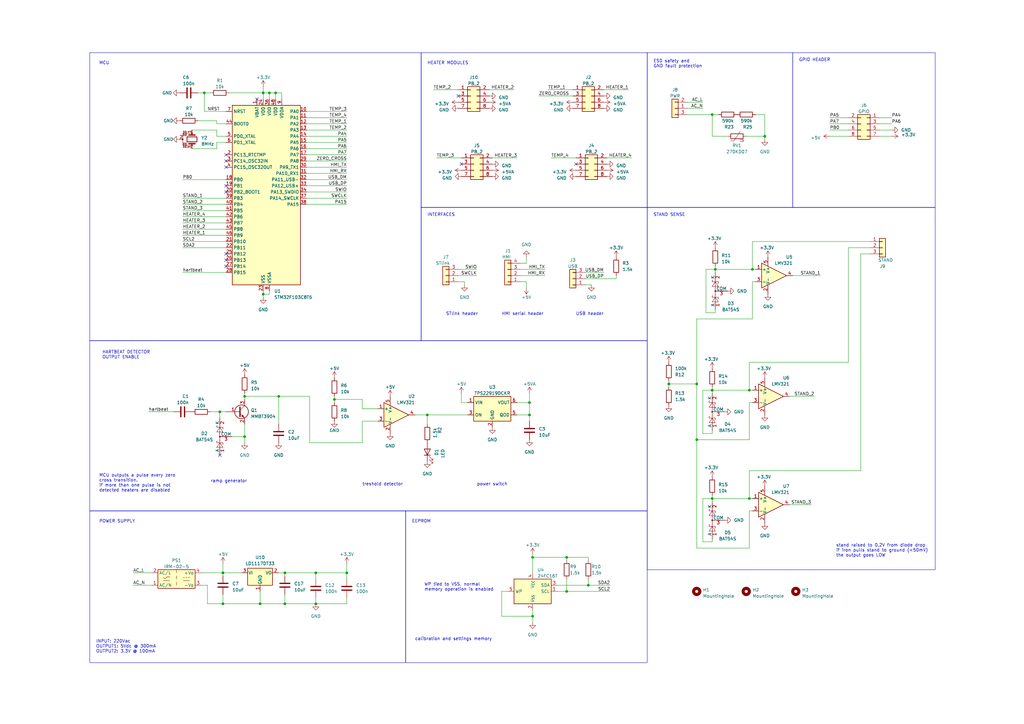
<source format=kicad_sch>
(kicad_sch (version 20250114) (generator "eeschema") (generator_version "9.0")
  (paper "A3")
  (title_block (title "JBClone soldering station mainboard") (date "2024-12-17") (rev "0.3"))
  (lib_symbols
    (symbol "Amplifier_Operational:LMV321" (pin_names (offset 0.127))
      (property "Reference" "U" (at 0 5.08 0))
      (property "Value" "LMV321" (at 0 -5.08 0))
      (symbol "LMV321_0_1"
        (pin power_in line (at -2.54 7.62 270) (length 3.81) (name "V+") (number "5"))
        (pin power_in line (at -2.54 -7.62 90) (length 3.81) (name "V-") (number "2"))
      )
      (symbol "LMV321_1_1"
        (pin input line (at -7.62 2.54 0) (length 2.54) (name "+") (number "1"))
        (pin input line (at -7.62 -2.54 0) (length 2.54) (name "-") (number "3"))
        (pin output line (at 7.62 0 180) (length 2.54) (name "~") (number "4"))
      )
    )
    (symbol "Conn_01x03_1" (pin_names (offset 1.016) (hide yes))
      (property "Reference" "J8" (at 0 7.62 0))
      (property "Value" "PWR" (at 0 5.08 0))
      (symbol "Conn_01x03_1_1_1"
        (pin passive line (at -5.08 2.54 0) (length 3.81) (name "Pin_1") (number "2"))
        (pin passive line (at -5.08 0 0) (length 3.81) (name "Pin_2") (number "1"))
        (pin passive line (at -5.08 -2.54 0) (length 3.81) (name "Pin_3") (number "3"))
      )
    )
    (symbol "Connector_Generic:Conn_01x03" (pin_names (offset 1.016) (hide yes))
      (property "Reference" "J" (at 0 5.08 0))
      (property "Value" "Conn_01x03" (at 0 -5.08 0))
      (symbol "Conn_01x03_1_1"
        (pin passive line (at -5.08 2.54 0) (length 3.81) (name "Pin_1") (number "1"))
        (pin passive line (at -5.08 0 0) (length 3.81) (name "Pin_2") (number "2"))
        (pin passive line (at -5.08 -2.54 0) (length 3.81) (name "Pin_3") (number "3"))
      )
    )
    (symbol "Connector_Generic:Conn_01x04" (pin_names (offset 1.016) (hide yes))
      (property "Reference" "J" (at 0 5.08 0))
      (property "Value" "Conn_01x04" (at 0 -7.62 0))
      (symbol "Conn_01x04_1_1"
        (pin passive line (at -5.08 2.54 0) (length 3.81) (name "Pin_1") (number "1"))
        (pin passive line (at -5.08 0 0) (length 3.81) (name "Pin_2") (number "2"))
        (pin passive line (at -5.08 -2.54 0) (length 3.81) (name "Pin_3") (number "3"))
        (pin passive line (at -5.08 -5.08 0) (length 3.81) (name "Pin_4") (number "4"))
      )
    )
    (symbol "Connector_Generic:Conn_02x04_Odd_Even" (pin_names (offset 1.016) (hide yes))
      (property "Reference" "J" (at 1.27 5.08 0))
      (property "Value" "Conn_02x04_Odd_Even" (at 1.27 -7.62 0))
      (symbol "Conn_02x04_Odd_Even_1_1"
        (pin passive line (at -5.08 2.54 0) (length 3.81) (name "Pin_1") (number "1"))
        (pin passive line (at -5.08 0 0) (length 3.81) (name "Pin_3") (number "3"))
        (pin passive line (at -5.08 -2.54 0) (length 3.81) (name "Pin_5") (number "5"))
        (pin passive line (at -5.08 -5.08 0) (length 3.81) (name "Pin_7") (number "7"))
        (pin passive line (at 7.62 2.54 180) (length 3.81) (name "Pin_2") (number "2"))
        (pin passive line (at 7.62 0 180) (length 3.81) (name "Pin_4") (number "4"))
        (pin passive line (at 7.62 -2.54 180) (length 3.81) (name "Pin_6") (number "6"))
        (pin passive line (at 7.62 -5.08 180) (length 3.81) (name "Pin_8") (number "8"))
      )
    )
    (symbol "Converter_ACDC:IRM-02-5"
      (property "Reference" "PS" (at 0 5.08 0))
      (property "Value" "IRM-02-5" (at 0 -5.08 0))
      (symbol "IRM-02-5_1_1"
        (pin power_in line (at -10.16 2.54 0) (length 2.54) (name "AC/L") (number "2"))
        (pin power_in line (at -10.16 -2.54 0) (length 2.54) (name "AC/N") (number "1"))
        (pin power_out line (at 10.16 2.54 180) (length 2.54) (name "+Vo") (number "4"))
        (pin power_out line (at 10.16 -2.54 180) (length 2.54) (name "-Vo") (number "3"))
      )
    )
    (symbol "Device:C" (pin_numbers (hide yes)) (pin_names (offset 0.254))
      (property "Reference" "C" (at 0.635 2.54 0))
      (property "Value" "C" (at 0.635 -2.54 0))
      (symbol "C_1_1"
        (pin passive line (at 0 3.81 270) (length 2.794) (name "~") (number "1"))
        (pin passive line (at 0 -3.81 90) (length 2.794) (name "~") (number "2"))
      )
    )
    (symbol "Device:LED" (pin_numbers (hide yes)) (pin_names (offset 1.016) (hide yes))
      (property "Reference" "D" (at 0 2.54 0))
      (property "Value" "LED" (at 0 -2.54 0))
      (symbol "LED_1_1"
        (pin passive line (at -3.81 0 0) (length 2.54) (name "K") (number "1"))
        (pin passive line (at 3.81 0 180) (length 2.54) (name "A") (number "2"))
      )
    )
    (symbol "Device:R" (pin_numbers (hide yes)) (pin_names (offset 0))
      (property "Reference" "R" (at 2.032 0 90))
      (property "Value" "R" (at 0 0 90))
      (symbol "R_1_1"
        (pin passive line (at 0 3.81 270) (length 1.27) (name "~") (number "1"))
        (pin passive line (at 0 -3.81 90) (length 1.27) (name "~") (number "2"))
      )
    )
    (symbol "Device:Resonator" (pin_names (offset 1.016) (hide yes))
      (property "Reference" "Y" (at 0 5.715 0))
      (property "Value" "Resonator" (at 0 3.81 0))
      (symbol "Resonator_1_1"
        (pin passive line (at -3.81 0 0) (length 1.27) (name "1") (number "1"))
        (pin passive line (at 0 -5.08 90) (length 1.27) (name "2") (number "2"))
        (pin passive line (at 3.81 0 180) (length 1.27) (name "3") (number "3"))
      )
    )
    (symbol "Device:Varistor" (pin_numbers (hide yes)) (pin_names (offset 0))
      (property "Reference" "RV" (at 3.175 0 90))
      (property "Value" "Varistor" (at -3.175 0 90))
      (symbol "Varistor_0_0"
        (text "U" (at -1.778 -2.032 0) (effects (font (size 1.27 1.27))))
      )
      (symbol "Varistor_1_1"
        (pin passive line (at 0 3.81 270) (length 1.27) (name "~") (number "1"))
        (pin passive line (at 0 -3.81 90) (length 1.27) (name "~") (number "2"))
      )
    )
    (symbol "Diode:BAT54S" (pin_names (offset 0))
      (property "Reference" "D" (at 2.54 -5.08 0))
      (property "Value" "BAT54S" (at -6.35 3.175 0))
      (symbol "BAT54S_1_1"
        (pin passive line (at -7.62 0 0) (length 3.81) (name "A") (number "1"))
        (pin passive line (at 0 -5.08 90) (length 5.08) (name "COM") (number "3"))
        (pin passive line (at 7.62 0 180) (length 3.81) (name "K") (number "2"))
      )
    )
    (symbol "MCU_ST_STM32F1:STM32F103C8Tx"
      (property "Reference" "U1" (at 4.4959 -38.1 0))
      (property "Value" "STM32F103C8Tx" (at 4.4959 -40.64 0))
      (symbol "STM32F103C8Tx_1_1"
        (pin input line (at -15.24 35.56 0) (length 2.54) (name "NRST") (number "7"))
        (pin input line (at -15.24 30.48 0) (length 2.54) (name "BOOT0") (number "44"))
        (pin bidirectional line (at -15.24 25.4 0) (length 2.54) (name "PD0_XTAL") (number "5"))
        (pin bidirectional line (at -15.24 22.86 0) (length 2.54) (name "PD1_XTAL") (number "6"))
        (pin bidirectional line (at -15.24 17.78 0) (length 2.54) (name "PC13_RTCTMP") (number "2"))
        (pin bidirectional line (at -15.24 15.24 0) (length 2.54) (name "PC14_OSC32IN") (number "3"))
        (pin bidirectional line (at -15.24 12.7 0) (length 2.54) (name "PC15_OSC32OUT") (number "4"))
        (pin bidirectional line (at -15.24 7.62 0) (length 2.54) (name "PB0") (number "18"))
        (pin bidirectional line (at -15.24 5.08 0) (length 2.54) (name "PB1") (number "19"))
        (pin bidirectional line (at -15.24 2.54 0) (length 2.54) (name "PB2_BOOT1") (number "20"))
        (pin bidirectional line (at -15.24 0 0) (length 2.54) (name "PB3") (number "39"))
        (pin bidirectional line (at -15.24 -2.54 0) (length 2.54) (name "PB4") (number "40"))
        (pin bidirectional line (at -15.24 -5.08 0) (length 2.54) (name "PB5") (number "41"))
        (pin bidirectional line (at -15.24 -7.62 0) (length 2.54) (name "PB6") (number "42"))
        (pin bidirectional line (at -15.24 -10.16 0) (length 2.54) (name "PB7") (number "43"))
        (pin bidirectional line (at -15.24 -12.7 0) (length 2.54) (name "PB8") (number "45"))
        (pin bidirectional line (at -15.24 -15.24 0) (length 2.54) (name "PB9") (number "46"))
        (pin bidirectional line (at -15.24 -17.78 0) (length 2.54) (name "PB10") (number "21"))
        (pin bidirectional line (at -15.24 -20.32 0) (length 2.54) (name "PB11") (number "22"))
        (pin bidirectional line (at -15.24 -22.86 0) (length 2.54) (name "PB12") (number "25"))
        (pin bidirectional line (at -15.24 -25.4 0) (length 2.54) (name "PB13") (number "26"))
        (pin bidirectional line (at -15.24 -27.94 0) (length 2.54) (name "PB14") (number "27"))
        (pin bidirectional line (at -15.24 -30.48 0) (length 2.54) (name "PB15") (number "28"))
        (pin power_in line (at -2.54 40.64 270) (length 2.54) (name "VBAT") (number "1"))
        (pin power_in line (at 0 40.64 270) (length 2.54) (name "VDD") (number "24"))
        (pin power_in line (at 0 -38.1 90) (length 2.54) (name "VSS") (number "23"))
        (pin passive line (at 0 -38.1 90) (length 2.54) (hide yes) (name "VSS") (number "35"))
        (pin passive line (at 0 -38.1 90) (length 2.54) (hide yes) (name "VSS") (number "47"))
        (pin power_in line (at 2.54 40.64 270) (length 2.54) (name "VDD") (number "36"))
        (pin power_in line (at 2.54 -38.1 90) (length 2.54) (name "VSSA") (number "8"))
        (pin power_in line (at 5.08 40.64 270) (length 2.54) (name "VDD") (number "48"))
        (pin power_in line (at 7.62 40.64 270) (length 2.54) (name "VDDA") (number "9"))
        (pin bidirectional line (at 17.78 35.56 180) (length 2.54) (name "PA0") (number "10"))
        (pin bidirectional line (at 17.78 33.02 180) (length 2.54) (name "PA1") (number "11"))
        (pin bidirectional line (at 17.78 30.48 180) (length 2.54) (name "PA2") (number "12"))
        (pin bidirectional line (at 17.78 27.94 180) (length 2.54) (name "PA3") (number "13"))
        (pin bidirectional line (at 17.78 25.4 180) (length 2.54) (name "PA4") (number "14"))
        (pin bidirectional line (at 17.78 22.86 180) (length 2.54) (name "PA5") (number "15"))
        (pin bidirectional line (at 17.78 20.32 180) (length 2.54) (name "PA6") (number "16"))
        (pin bidirectional line (at 17.78 17.78 180) (length 2.54) (name "PA7") (number "17"))
        (pin bidirectional line (at 17.78 15.24 180) (length 2.54) (name "PA8") (number "29"))
        (pin bidirectional line (at 17.78 12.7 180) (length 2.54) (name "PA9_TX1") (number "30"))
        (pin bidirectional line (at 17.78 10.16 180) (length 2.54) (name "PA10_RX1") (number "31"))
        (pin bidirectional line (at 17.78 7.62 180) (length 2.54) (name "PA11_USB-") (number "32"))
        (pin bidirectional line (at 17.78 5.08 180) (length 2.54) (name "PA12_USB+") (number "33"))
        (pin bidirectional line (at 17.78 2.54 180) (length 2.54) (name "PA13_SWDIO") (number "34"))
        (pin bidirectional line (at 17.78 0 180) (length 2.54) (name "PA14_SWCLK") (number "37"))
        (pin bidirectional line (at 17.78 -2.54 180) (length 2.54) (name "PA15") (number "38"))
      )
    )
    (symbol "Mechanical:MountingHole" (pin_names (offset 1.016))
      (property "Reference" "H" (at 0 5.08 0))
      (property "Value" "MountingHole" (at 0 3.175 0))
    )
    (symbol "Memory_EEPROM:24AA02-OT"
      (property "Reference" "U" (at -7.62 6.35 0))
      (property "Value" "24AA02-OT" (at 2.54 -6.35 0))
      (symbol "24AA02-OT_1_1"
        (pin input line (at -10.16 0 0) (length 2.54) (name "WP") (number "5"))
        (pin power_in line (at 0 7.62 270) (length 2.54) (name "V_{CC}") (number "4"))
        (pin power_in line (at 0 -7.62 90) (length 2.54) (name "V_{SS}") (number "2"))
        (pin bidirectional line (at 10.16 2.54 180) (length 2.54) (name "SDA") (number "3"))
        (pin input line (at 10.16 0 180) (length 2.54) (name "SCL") (number "1"))
      )
    )
    (symbol "Power_Management:TPS22917DBV"
      (property "Reference" "U3" (at 0 8.89 0))
      (property "Value" "TPS22919DCKR" (at 0 6.35 0))
      (symbol "TPS22917DBV_1_1"
        (pin power_in line (at -10.16 2.54 0) (length 2.54) (name "VIN") (number "1"))
        (pin input line (at -10.16 -2.54 0) (length 2.54) (name "ON") (number "3"))
        (pin power_in line (at 0 -7.62 90) (length 2.54) (name "GND") (number "2"))
        (pin power_out line (at 10.16 2.54 180) (length 2.54) (name "VOUT") (number "6"))
        (pin open_collector line (at 10.16 -2.54 180) (length 2.54) (name "QOD") (number "5"))
        (pin no_connect line (at 10.16 -7.62 180) (length 2.54) (hide yes) (name "NC") (number "4"))
      )
    )
    (symbol "Regulator_Linear:AZ1117-3.3" (pin_names (offset 0.254))
      (property "Reference" "U" (at -3.81 3.175 0))
      (property "Value" "AZ1117-3.3" (at 0 3.175 0))
      (symbol "AZ1117-3.3_1_1"
        (pin power_in line (at -7.62 0 0) (length 2.54) (name "VI") (number "3"))
        (pin power_in line (at 0 -7.62 90) (length 2.54) (name "GND") (number "1"))
        (pin power_out line (at 7.62 0 180) (length 2.54) (name "VO") (number "2"))
      )
    )
    (symbol "Transistor_BJT:MMBT3904" (pin_names (offset 0) (hide yes))
      (property "Reference" "Q" (at 5.08 1.905 0))
      (property "Value" "MMBT3904" (at 5.08 0 0))
      (symbol "MMBT3904_1_1"
        (pin input line (at -5.08 0 0) (length 5.715) (name "B") (number "1"))
        (pin passive line (at 2.54 5.08 270) (length 2.54) (name "C") (number "3"))
        (pin passive line (at 2.54 -5.08 90) (length 2.54) (name "E") (number "2"))
      )
    )
    (symbol "power:+3.3V" (power) (pin_names (offset 0))
      (property "Value" "+3.3V" (at 0 3.556 0))
      (symbol "+3.3V_1_1"
        (pin power_in line (at 0 0 90) (length 0) (hide yes) (name "+3.3V") (number "1"))
      )
    )
    (symbol "power:+5V" (power) (pin_names (offset 0))
      (property "Value" "+5V" (at 0 3.556 0))
      (symbol "+5V_1_1"
        (pin power_in line (at 0 0 90) (length 0) (hide yes) (name "+5V") (number "1"))
      )
    )
    (symbol "power:+5VA" (power) (pin_names (offset 0))
      (property "Value" "+5VA" (at 0 3.556 0))
      (symbol "+5VA_1_1"
        (pin power_in line (at 0 0 90) (length 0) (hide yes) (name "+5VA") (number "1"))
      )
    )
    (symbol "power:GND" (power) (pin_names (offset 0))
      (property "Value" "GND" (at 0 -3.81 0))
      (symbol "GND_1_1"
        (pin power_in line (at 0 0 270) (length 0) (hide yes) (name "GND") (number "1"))
      )
    )
  )
  (rectangle (start 265.43 85.09) (end 383.54 233.68))
  (rectangle (start 172.72 21.59) (end 265.43 85.09))
  (rectangle (start 36.83 21.59) (end 172.72 139.7))
  (rectangle (start 325.12 21.59) (end 383.54 85.09))
  (rectangle (start 166.37 209.55) (end 265.43 271.78))
  (rectangle (start 36.83 139.7) (end 265.43 209.55))
  (rectangle (start 36.83 209.55) (end 166.37 271.78))
  (rectangle (start 265.43 21.59) (end 325.12 85.09))
  (rectangle (start 172.72 85.09) (end 265.43 139.7))
  (text "STlink header" (at 182.88 129.54 0) (effects (font (size 1.27 1.27)) (justify left bottom)))
  (text "POWER SUPPLY" (at 40.64 214.63 0) (effects (font (size 1.27 1.27)) (justify left bottom)))
  (text "ESD safety and \nGND fault protection" (at 267.97 27.94 0) (effects (font (size 1.27 1.27)) (justify left bottom)))
  (text "HARTBEAT DETECTOR\nOUTPUT ENABLE" (at 41.91 147.32 0) (effects (font (size 1.27 1.27)) (justify left bottom)))
  (text "INTERFACES" (at 175.26 88.9 0) (effects (font (size 1.27 1.27)) (justify left bottom)))
  (text "ramp generator" (at 86.36 198.12 0) (effects (font (size 1.27 1.27)) (justify left bottom)))
  (text "USB header" (at 236.22 129.54 0) (effects (font (size 1.27 1.27)) (justify left bottom)))
  (text "HMI serial header" (at 205.74 129.54 0) (effects (font (size 1.27 1.27)) (justify left bottom)))
  (text "WP tied to VSS, normal \nmemory operation is enabled" (at 173.99 242.57 0) (effects (font (size 1.27 1.27)) (justify left bottom)))
  (text "calibration and settings memory" (at 170.18 262.89 0) (effects (font (size 1.27 1.27)) (justify left bottom)))
  (text "INPUT: 220Vac\nOUTPUT1: 5Vdc @ 300mA\nOUTPUT2: 3.3V @ 100mA" (at 39.37 267.97 0) (effects (font (size 1.27 1.27)) (justify left bottom)))
  (text "GPIO HEADER" (at 327.66 25.4 0) (effects (font (size 1.27 1.27)) (justify left bottom)))
  (text "MCU outputs a pulse every zero\ncross transition.\nif more than one pulse is not \ndetected heaters are disabled\n" (at 40.64 201.93 0) (effects (font (size 1.27 1.27)) (justify left bottom)))
  (text "EEPROM" (at 168.91 214.63 0) (effects (font (size 1.27 1.27)) (justify left bottom)))
  (text "STAND SENSE" (at 267.97 88.9 0) (effects (font (size 1.27 1.27)) (justify left bottom)))
  (text "stand raised to 0.2V from diode drop\nif iron pulls stand to ground (<50mV)\nthe output goes LOW" (at 342.9 228.6 0) (effects (font (size 1.27 1.27)) (justify left bottom)))
  (text "treshold detector" (at 148.59 199.39 0) (effects (font (size 1.27 1.27)) (justify left bottom)))
  (text "power switch" (at 195.58 199.39 0) (effects (font (size 1.27 1.27)) (justify left bottom)))
  (text "MCU" (at 40.64 26.67 0) (effects (font (size 1.27 1.27)) (justify left bottom)))
  (text "HEATER MODULES" (at 175.26 26.67 0) (effects (font (size 1.27 1.27)) (justify left bottom)))
  (junction (at 91.44 234.95))
  (junction (at 217.17 165.1))
  (junction (at 116.84 247.65))
  (junction (at 90.17 168.91))
  (junction (at 142.24 234.95))
  (junction (at 285.75 180.34))
  (junction (at 107.95 38.1))
  (junction (at 116.84 234.95))
  (junction (at 285.75 157.48))
  (junction (at 274.32 157.48))
  (junction (at 218.44 252.73))
  (junction (at 292.1 160.02))
  (junction (at 217.17 170.18))
  (junction (at 175.26 170.18))
  (junction (at 241.3 240.03))
  (junction (at 218.44 228.6))
  (junction (at 110.49 38.1))
  (junction (at 100.33 179.07))
  (junction (at 307.34 204.47))
  (junction (at 129.54 247.65))
  (junction (at 308.61 110.49))
  (junction (at 114.3 162.56))
  (junction (at 137.16 163.83))
  (junction (at 113.03 38.1))
  (junction (at 292.1 204.47))
  (junction (at 107.95 120.65))
  (junction (at 232.41 228.6))
  (junction (at 106.68 247.65))
  (junction (at 100.33 162.56))
  (junction (at 313.69 55.88))
  (junction (at 307.34 160.02))
  (junction (at 83.82 38.1))
  (junction (at 91.44 247.65))
  (junction (at 232.41 242.57))
  (junction (at 292.1 46.99))
  (junction (at 129.54 234.95))
  (junction (at 293.37 110.49))
  (no_connect (at 92.71 78.74))
  (no_connect (at 105.41 40.64))
  (no_connect (at 92.71 68.58))
  (no_connect (at 187.96 39.37))
  (no_connect (at 92.71 76.2))
  (no_connect (at 236.22 67.31))
  (no_connect (at 92.71 106.68))
  (no_connect (at 189.23 67.31))
  (no_connect (at 92.71 66.04))
  (no_connect (at 92.71 109.22))
  (no_connect (at 90.17 186.69))
  (no_connect (at 92.71 63.5))
  (no_connect (at 92.71 104.14))
  (wire (pts (xy 217.17 165.1) (xy 212.09 165.1)))
  (wire (pts (xy 356.87 104.14) (xy 353.06 104.14)))
  (wire (pts (xy 292.1 177.8) (xy 288.29 177.8)))
  (wire (pts (xy 129.54 247.65) (xy 142.24 247.65)))
  (wire (pts (xy 340.36 53.34) (xy 347.98 53.34)))
  (wire (pts (xy 88.9 49.53) (xy 81.28 49.53)))
  (wire (pts (xy 100.33 181.61) (xy 100.33 179.07)))
  (wire (pts (xy 92.71 55.88) (xy 88.9 55.88)))
  (wire (pts (xy 293.37 110.49) (xy 308.61 110.49)))
  (wire (pts (xy 125.73 48.26) (xy 142.24 48.26)))
  (wire (pts (xy 125.73 45.72) (xy 142.24 45.72)))
  (wire (pts (xy 220.98 39.37) (xy 234.95 39.37)))
  (wire (pts (xy 137.16 165.1) (xy 137.16 163.83)))
  (wire (pts (xy 85.09 247.65) (xy 91.44 247.65)))
  (wire (pts (xy 83.82 38.1) (xy 86.36 38.1)))
  (wire (pts (xy 292.1 222.25) (xy 288.29 222.25)))
  (wire (pts (xy 257.81 36.83) (xy 247.65 36.83)))
  (wire (pts (xy 142.24 245.11) (xy 142.24 247.65)))
  (wire (pts (xy 360.68 55.88) (xy 365.76 55.88)))
  (wire (pts (xy 313.69 46.99) (xy 313.69 55.88)))
  (wire (pts (xy 347.98 101.6) (xy 347.98 148.59)))
  (wire (pts (xy 110.49 119.38) (xy 110.49 120.65)))
  (wire (pts (xy 74.93 81.28) (xy 92.71 81.28)))
  (wire (pts (xy 154.94 167.64) (xy 148.59 167.64)))
  (wire (pts (xy 74.93 93.98) (xy 92.71 93.98)))
  (wire (pts (xy 215.9 107.95) (xy 215.9 105.41)))
  (wire (pts (xy 356.87 101.6) (xy 347.98 101.6)))
  (wire (pts (xy 213.36 107.95) (xy 215.9 107.95)))
  (wire (pts (xy 218.44 250.19) (xy 218.44 252.73)))
  (wire (pts (xy 309.88 46.99) (xy 313.69 46.99)))
  (wire (pts (xy 85.09 240.03) (xy 85.09 247.65)))
  (wire (pts (xy 205.74 242.57) (xy 208.28 242.57)))
  (wire (pts (xy 240.03 111.76) (xy 247.65 111.76)))
  (wire (pts (xy 74.93 101.6) (xy 92.71 101.6)))
  (wire (pts (xy 114.3 162.56) (xy 114.3 173.99)))
  (wire (pts (xy 107.95 38.1) (xy 107.95 40.64)))
  (wire (pts (xy 115.57 40.64) (xy 115.57 38.1)))
  (wire (pts (xy 292.1 160.02) (xy 292.1 158.75)))
  (wire (pts (xy 236.22 64.77) (xy 226.06 64.77)))
  (wire (pts (xy 252.73 113.03) (xy 252.73 114.3)))
  (wire (pts (xy 125.73 55.88) (xy 142.24 55.88)))
  (wire (pts (xy 288.29 160.02) (xy 292.1 160.02)))
  (wire (pts (xy 210.82 36.83) (xy 200.66 36.83)))
  (wire (pts (xy 125.73 58.42) (xy 142.24 58.42)))
  (wire (pts (xy 142.24 231.14) (xy 142.24 234.95)))
  (wire (pts (xy 113.03 40.64) (xy 113.03 38.1)))
  (wire (pts (xy 308.61 165.1) (xy 307.34 165.1)))
  (wire (pts (xy 74.93 83.82) (xy 92.71 83.82)))
  (wire (pts (xy 292.1 46.99) (xy 292.1 55.88)))
  (wire (pts (xy 74.93 96.52) (xy 92.71 96.52)))
  (wire (pts (xy 307.34 209.55) (xy 307.34 224.79)))
  (wire (pts (xy 306.07 55.88) (xy 313.69 55.88)))
  (wire (pts (xy 129.54 245.11) (xy 129.54 247.65)))
  (wire (pts (xy 91.44 234.95) (xy 99.06 234.95)))
  (wire (pts (xy 107.95 35.56) (xy 107.95 38.1)))
  (wire (pts (xy 285.75 130.81) (xy 285.75 157.48)))
  (wire (pts (xy 125.73 76.2) (xy 142.24 76.2)))
  (wire (pts (xy 259.08 64.77) (xy 248.92 64.77)))
  (wire (pts (xy 340.36 55.88) (xy 347.98 55.88)))
  (wire (pts (xy 313.69 55.88) (xy 313.69 57.15)))
  (wire (pts (xy 217.17 161.29) (xy 217.17 165.1)))
  (wire (pts (xy 114.3 234.95) (xy 116.84 234.95)))
  (wire (pts (xy 292.1 176.53) (xy 292.1 177.8)))
  (wire (pts (xy 292.1 160.02) (xy 307.34 160.02)))
  (wire (pts (xy 288.29 177.8) (xy 288.29 160.02)))
  (wire (pts (xy 218.44 252.73) (xy 218.44 255.27)))
  (wire (pts (xy 228.6 240.03) (xy 241.3 240.03)))
  (wire (pts (xy 223.52 110.49) (xy 213.36 110.49)))
  (wire (pts (xy 78.74 60.96) (xy 88.9 60.96)))
  (wire (pts (xy 274.32 156.21) (xy 274.32 157.48)))
  (wire (pts (xy 241.3 240.03) (xy 250.19 240.03)))
  (wire (pts (xy 308.61 209.55) (xy 307.34 209.55)))
  (wire (pts (xy 125.73 71.12) (xy 142.24 71.12)))
  (wire (pts (xy 114.3 162.56) (xy 127 162.56)))
  (wire (pts (xy 88.9 50.8) (xy 88.9 49.53)))
  (wire (pts (xy 100.33 162.56) (xy 114.3 162.56)))
  (wire (pts (xy 307.34 204.47) (xy 308.61 204.47)))
  (wire (pts (xy 91.44 234.95) (xy 91.44 236.22)))
  (wire (pts (xy 307.34 165.1) (xy 307.34 180.34)))
  (wire (pts (xy 274.32 157.48) (xy 274.32 158.75)))
  (wire (pts (xy 340.36 48.26) (xy 347.98 48.26)))
  (wire (pts (xy 285.75 180.34) (xy 285.75 157.48)))
  (wire (pts (xy 190.5 115.57) (xy 187.96 115.57)))
  (wire (pts (xy 292.1 220.98) (xy 292.1 222.25)))
  (wire (pts (xy 223.52 113.03) (xy 213.36 113.03)))
  (wire (pts (xy 148.59 163.83) (xy 148.59 167.64)))
  (wire (pts (xy 360.68 48.26) (xy 365.76 48.26)))
  (wire (pts (xy 187.96 110.49) (xy 195.58 110.49)))
  (wire (pts (xy 127 181.61) (xy 127 162.56)))
  (wire (pts (xy 215.9 115.57) (xy 213.36 115.57)))
  (wire (pts (xy 116.84 236.22) (xy 116.84 234.95)))
  (wire (pts (xy 142.24 234.95) (xy 129.54 234.95)))
  (wire (pts (xy 307.34 160.02) (xy 308.61 160.02)))
  (wire (pts (xy 100.33 179.07) (xy 100.33 173.99)))
  (wire (pts (xy 288.29 204.47) (xy 292.1 204.47)))
  (wire (pts (xy 340.36 50.8) (xy 347.98 50.8)))
  (wire (pts (xy 292.1 204.47) (xy 292.1 205.74)))
  (wire (pts (xy 218.44 228.6) (xy 232.41 228.6)))
  (wire (pts (xy 289.56 110.49) (xy 293.37 110.49)))
  (wire (pts (xy 142.24 237.49) (xy 142.24 234.95)))
  (wire (pts (xy 298.45 55.88) (xy 292.1 55.88)))
  (wire (pts (xy 332.74 207.01) (xy 323.85 207.01)))
  (wire (pts (xy 83.82 38.1) (xy 83.82 45.72)))
  (wire (pts (xy 292.1 160.02) (xy 292.1 161.29)))
  (wire (pts (xy 74.93 88.9) (xy 92.71 88.9)))
  (wire (pts (xy 74.93 99.06) (xy 92.71 99.06)))
  (wire (pts (xy 113.03 38.1) (xy 110.49 38.1)))
  (wire (pts (xy 218.44 252.73) (xy 205.74 252.73)))
  (wire (pts (xy 110.49 120.65) (xy 107.95 120.65)))
  (wire (pts (xy 100.33 161.29) (xy 100.33 162.56)))
  (wire (pts (xy 189.23 165.1) (xy 189.23 161.29)))
  (wire (pts (xy 292.1 204.47) (xy 307.34 204.47)))
  (wire (pts (xy 137.16 163.83) (xy 148.59 163.83)))
  (wire (pts (xy 292.1 204.47) (xy 292.1 203.2)))
  (wire (pts (xy 232.41 229.87) (xy 232.41 228.6)))
  (wire (pts (xy 125.73 83.82) (xy 142.24 83.82)))
  (wire (pts (xy 242.57 116.84) (xy 240.03 116.84)))
  (wire (pts (xy 175.26 170.18) (xy 175.26 173.99)))
  (wire (pts (xy 74.93 73.66) (xy 92.71 73.66)))
  (wire (pts (xy 232.41 237.49) (xy 232.41 242.57)))
  (wire (pts (xy 125.73 50.8) (xy 142.24 50.8)))
  (wire (pts (xy 334.01 162.56) (xy 323.85 162.56)))
  (wire (pts (xy 307.34 193.04) (xy 307.34 204.47)))
  (wire (pts (xy 125.73 78.74) (xy 142.24 78.74)))
  (wire (pts (xy 90.17 168.91) (xy 92.71 168.91)))
  (wire (pts (xy 60.96 168.91) (xy 71.12 168.91)))
  (wire (pts (xy 78.74 53.34) (xy 88.9 53.34)))
  (wire (pts (xy 127 181.61) (xy 148.59 181.61)))
  (wire (pts (xy 336.55 113.03) (xy 325.12 113.03)))
  (wire (pts (xy 116.84 243.84) (xy 116.84 247.65)))
  (wire (pts (xy 217.17 165.1) (xy 217.17 170.18)))
  (wire (pts (xy 241.3 237.49) (xy 241.3 240.03)))
  (wire (pts (xy 228.6 242.57) (xy 232.41 242.57)))
  (wire (pts (xy 187.96 113.03) (xy 195.58 113.03)))
  (wire (pts (xy 218.44 228.6) (xy 218.44 234.95)))
  (wire (pts (xy 360.68 50.8) (xy 365.76 50.8)))
  (wire (pts (xy 54.61 240.03) (xy 62.23 240.03)))
  (wire (pts (xy 347.98 148.59) (xy 307.34 148.59)))
  (wire (pts (xy 187.96 36.83) (xy 177.8 36.83)))
  (wire (pts (xy 289.56 128.27) (xy 289.56 110.49)))
  (wire (pts (xy 360.68 53.34) (xy 365.76 53.34)))
  (wire (pts (xy 125.73 68.58) (xy 142.24 68.58)))
  (wire (pts (xy 232.41 242.57) (xy 250.19 242.57)))
  (wire (pts (xy 148.59 172.72) (xy 148.59 181.61)))
  (wire (pts (xy 95.25 179.07) (xy 100.33 179.07)))
  (wire (pts (xy 154.94 172.72) (xy 148.59 172.72)))
  (wire (pts (xy 175.26 170.18) (xy 191.77 170.18)))
  (wire (pts (xy 137.16 163.83) (xy 137.16 162.56)))
  (wire (pts (xy 285.75 180.34) (xy 285.75 224.79)))
  (wire (pts (xy 91.44 247.65) (xy 106.68 247.65)))
  (wire (pts (xy 86.36 168.91) (xy 90.17 168.91)))
  (wire (pts (xy 82.55 240.03) (xy 85.09 240.03)))
  (wire (pts (xy 240.03 114.3) (xy 252.73 114.3)))
  (wire (pts (xy 110.49 40.64) (xy 110.49 38.1)))
  (wire (pts (xy 217.17 170.18) (xy 217.17 172.72)))
  (wire (pts (xy 281.94 46.99) (xy 292.1 46.99)))
  (wire (pts (xy 353.06 193.04) (xy 307.34 193.04)))
  (wire (pts (xy 90.17 168.91) (xy 90.17 171.45)))
  (wire (pts (xy 107.95 120.65) (xy 107.95 121.92)))
  (wire (pts (xy 88.9 55.88) (xy 88.9 53.34)))
  (wire (pts (xy 54.61 234.95) (xy 62.23 234.95)))
  (wire (pts (xy 308.61 99.06) (xy 308.61 110.49)))
  (wire (pts (xy 293.37 110.49) (xy 293.37 109.22)))
  (wire (pts (xy 125.73 53.34) (xy 142.24 53.34)))
  (wire (pts (xy 189.23 64.77) (xy 179.07 64.77)))
  (wire (pts (xy 307.34 224.79) (xy 285.75 224.79)))
  (wire (pts (xy 106.68 247.65) (xy 116.84 247.65)))
  (wire (pts (xy 125.73 73.66) (xy 142.24 73.66)))
  (wire (pts (xy 107.95 119.38) (xy 107.95 120.65)))
  (wire (pts (xy 191.77 165.1) (xy 189.23 165.1)))
  (wire (pts (xy 294.64 46.99) (xy 292.1 46.99)))
  (wire (pts (xy 190.5 115.57) (xy 190.5 116.84)))
  (wire (pts (xy 288.29 222.25) (xy 288.29 204.47)))
  (wire (pts (xy 74.93 111.76) (xy 92.71 111.76)))
  (wire (pts (xy 308.61 110.49) (xy 309.88 110.49)))
  (wire (pts (xy 83.82 45.72) (xy 92.71 45.72)))
  (wire (pts (xy 100.33 162.56) (xy 100.33 163.83)))
  (wire (pts (xy 212.09 64.77) (xy 201.93 64.77)))
  (wire (pts (xy 93.98 38.1) (xy 107.95 38.1)))
  (wire (pts (xy 212.09 170.18) (xy 217.17 170.18)))
  (wire (pts (xy 106.68 242.57) (xy 106.68 247.65)))
  (wire (pts (xy 293.37 110.49) (xy 293.37 111.76)))
  (wire (pts (xy 281.94 41.91) (xy 288.29 41.91)))
  (wire (pts (xy 308.61 115.57) (xy 308.61 130.81)))
  (wire (pts (xy 285.75 180.34) (xy 307.34 180.34)))
  (wire (pts (xy 125.73 81.28) (xy 142.24 81.28)))
  (wire (pts (xy 125.73 63.5) (xy 142.24 63.5)))
  (wire (pts (xy 110.49 38.1) (xy 107.95 38.1)))
  (wire (pts (xy 293.37 128.27) (xy 289.56 128.27)))
  (wire (pts (xy 307.34 148.59) (xy 307.34 160.02)))
  (wire (pts (xy 274.32 157.48) (xy 285.75 157.48)))
  (wire (pts (xy 232.41 228.6) (xy 241.3 228.6)))
  (wire (pts (xy 88.9 58.42) (xy 88.9 60.96)))
  (wire (pts (xy 205.74 252.73) (xy 205.74 242.57)))
  (wire (pts (xy 91.44 247.65) (xy 91.44 243.84)))
  (wire (pts (xy 308.61 115.57) (xy 309.88 115.57)))
  (wire (pts (xy 308.61 130.81) (xy 285.75 130.81)))
  (wire (pts (xy 82.55 234.95) (xy 91.44 234.95)))
  (wire (pts (xy 129.54 237.49) (xy 129.54 234.95)))
  (wire (pts (xy 215.9 118.11) (xy 215.9 115.57)))
  (wire (pts (xy 308.61 99.06) (xy 356.87 99.06)))
  (wire (pts (xy 116.84 247.65) (xy 129.54 247.65)))
  (wire (pts (xy 129.54 234.95) (xy 116.84 234.95)))
  (wire (pts (xy 234.95 36.83) (xy 224.79 36.83)))
  (wire (pts (xy 281.94 44.45) (xy 288.29 44.45)))
  (wire (pts (xy 125.73 60.96) (xy 142.24 60.96)))
  (wire (pts (xy 353.06 104.14) (xy 353.06 193.04)))
  (wire (pts (xy 74.93 86.36) (xy 92.71 86.36)))
  (wire (pts (xy 81.28 38.1) (xy 83.82 38.1)))
  (wire (pts (xy 170.18 170.18) (xy 175.26 170.18)))
  (wire (pts (xy 115.57 38.1) (xy 113.03 38.1)))
  (wire (pts (xy 74.93 91.44) (xy 92.71 91.44)))
  (wire (pts (xy 91.44 231.14) (xy 91.44 234.95)))
  (wire (pts (xy 293.37 127) (xy 293.37 128.27)))
  (wire (pts (xy 218.44 227.33) (xy 218.44 228.6)))
  (wire (pts (xy 125.73 66.04) (xy 142.24 66.04)))
  (wire (pts (xy 241.3 229.87) (xy 241.3 228.6)))
  (wire (pts (xy 92.71 50.8) (xy 88.9 50.8)))
  (wire (pts (xy 92.71 58.42) (xy 88.9 58.42)))
  (label "TEMP_1" (at 142.24 50.8 180))
  (label "AC_L" (at 288.29 41.91 180))
  (label "AC_N" (at 54.61 240.03 0))
  (label "PB0" (at 340.36 53.34 0))
  (label "hartbeat" (at 74.93 111.76 0))
  (label "TEMP_3" (at 179.07 64.77 0))
  (label "SDA2" (at 74.93 101.6 0))
  (label "STAND_3" (at 332.74 207.01 180))
  (label "STAND_3" (at 74.93 86.36 0))
  (label "hartbeat" (at 60.96 168.91 0))
  (label "PB0" (at 74.93 73.66 0))
  (label "PA7" (at 340.36 50.8 0))
  (label "PA5" (at 340.36 48.26 0))
  (label "SWCLK" (at 142.24 81.28 180))
  (label "TEMP_1" (at 224.79 36.83 0))
  (label "HEATER_4" (at 259.08 64.77 180))
  (label "AC_N" (at 288.29 44.45 180))
  (label "TEMP_2" (at 142.24 53.34 180))
  (label "HEATER_3" (at 74.93 91.44 0))
  (label "NRST" (at 85.09 45.72 0))
  (label "TEMP_3" (at 142.24 45.72 180))
  (label "SCL2" (at 250.19 242.57 180))
  (label "SDA2" (at 250.19 240.03 180))
  (label "SWIO" (at 142.24 78.74 180))
  (label "HMI_TX" (at 142.24 68.58 180))
  (label "HMI_RX" (at 223.52 113.03 180))
  (label "TEMP_2" (at 177.8 36.83 0))
  (label "SWIO" (at 195.58 110.49 180))
  (label "HEATER_1" (at 257.81 36.83 180))
  (label "USB_DM" (at 142.24 73.66 180))
  (label "STAND_2" (at 74.93 83.82 0))
  (label "HEATER_2" (at 210.82 36.83 180))
  (label "PA5" (at 142.24 58.42 180))
  (label "SWCLK" (at 195.58 113.03 180))
  (label "HEATER_4" (at 74.93 88.9 0))
  (label "HEATER_1" (at 74.93 96.52 0))
  (label "PA15" (at 142.24 83.82 180))
  (label "PA7" (at 142.24 63.5 180))
  (label "HEATER_3" (at 212.09 64.77 180))
  (label "STAND_2" (at 334.01 162.56 180))
  (label "PA6" (at 142.24 60.96 180))
  (label "TEMP_4" (at 226.06 64.77 0))
  (label "TEMP_4" (at 142.24 48.26 180))
  (label "USB_DM" (at 247.65 111.76 180))
  (label "PA6" (at 365.76 50.8 0))
  (label "USB_DP" (at 142.24 76.2 180))
  (label "ZERO_CROSS" (at 142.24 66.04 180))
  (label "STAND_1" (at 74.93 81.28 0))
  (label "HEATER_2" (at 74.93 93.98 0))
  (label "USB_DP" (at 247.65 114.3 180))
  (label "PA4" (at 142.24 55.88 180))
  (label "HMI_RX" (at 142.24 71.12 180))
  (label "SCL2" (at 74.93 99.06 0))
  (label "PA4" (at 365.76 48.26 0))
  (label "HMI_TX" (at 223.52 110.49 180))
  (label "AC_L" (at 54.61 234.95 0))
  (label "STAND_1" (at 336.55 113.03 180))
  (label "ZERO_CROSS" (at 220.98 39.37 0))
  (symbol (lib_id "Diode:BAT54S") (at 293.37 119.38 90) (unit 1)
    (property "Reference" "D3" (at 299.72 124.46 90))
    (property "Value" "BAT54S" (at 299.72 127 90))
    (property "Footprint" "Package_TO_SOT_SMD:SOT-23" (effects (hide yes)))
    (property "Datasheet" "https://www.diodes.com/assets/Datasheets/BAT54_A_C_S.pdf" (effects (hide yes)))
    (property "digikey" "BAT54S-FDICT-ND" (effects (hide yes)))
  )
  (symbol (lib_id "power:GND") (at 200.66 39.37 90) (mirror x) (unit 1)
    (property "Reference" "#PWR032" (effects (hide yes)))
    (property "Value" "GND" (at 204.47 40.005 90) (effects (justify right)))
  )
  (symbol (lib_id "power:GND") (at 236.22 72.39 270) (mirror x) (unit 1)
    (property "Reference" "#PWR034" (effects (hide yes)))
    (property "Value" "GND" (at 232.41 73.025 90) (effects (justify right)))
  )
  (symbol (lib_id "power:+3.3V") (at 187.96 41.91 90) (mirror x) (unit 1)
    (property "Reference" "#PWR031" (effects (hide yes)))
    (property "Value" "+3.3V" (at 184.15 42.545 90) (effects (justify left)))
  )
  (symbol (lib_id "Device:R") (at 77.47 49.53 270) (unit 1)
    (property "Reference" "R7" (at 77.47 44.45 90))
    (property "Value" "10k" (at 77.47 46.99 90))
    (property "Footprint" "Resistor_SMD:R_0805_2012Metric_Pad1.20x1.40mm_HandSolder" (effects (hide yes)))
    (property "Datasheet" "https://industrial.panasonic.com/ww/products/pt/general-purpose-chip-resistors/models/ERJ6GEYJ103V" (effects (hide yes)))
    (property "digikey" "P10KACT-ND" (effects (hide yes)))
  )
  (symbol (lib_id "power:+3.3V") (at 293.37 101.6 0) (mirror y) (unit 1)
    (property "Reference" "#PWR050" (effects (hide yes)))
    (property "Value" "+3.3V" (at 295.91 97.79 0) (effects (justify left)))
  )
  (symbol (lib_id "power:+5V") (at 215.9 118.11 180) (unit 1)
    (property "Reference" "#PWR01" (effects (hide yes)))
    (property "Value" "+5V" (at 215.9 121.92 0))
  )
  (symbol (lib_id "power:GND") (at 160.02 177.8 0) (unit 1)
    (property "Reference" "#PWR042" (effects (hide yes)))
    (property "Value" "GND" (at 160.02 182.88 0))
  )
  (symbol (lib_id "power:GND") (at 189.23 72.39 270) (mirror x) (unit 1)
    (property "Reference" "#PWR036" (effects (hide yes)))
    (property "Value" "GND" (at 185.42 73.025 90) (effects (justify right)))
  )
  (symbol (lib_id "Device:R") (at 137.16 168.91 0) (unit 1)
    (property "Reference" "R8" (at 139.7 168.275 0) (effects (justify left)))
    (property "Value" "10k" (at 139.7 170.815 0) (effects (justify left)))
    (property "Footprint" "Resistor_SMD:R_0805_2012Metric_Pad1.20x1.40mm_HandSolder" (effects (hide yes)))
    (property "Datasheet" "https://industrial.panasonic.com/ww/products/pt/general-purpose-chip-resistors/models/ERJ6GEYJ103V" (effects (hide yes)))
    (property "digikey" "P10KACT-ND" (effects (hide yes)))
  )
  (symbol (lib_id "power:GND") (at 215.9 105.41 180) (unit 1)
    (property "Reference" "#PWR02" (effects (hide yes)))
    (property "Value" "GND" (at 215.9 100.33 0))
  )
  (symbol (lib_id "power:GND") (at 187.96 44.45 270) (mirror x) (unit 1)
    (property "Reference" "#PWR011" (effects (hide yes)))
    (property "Value" "GND" (at 184.15 45.085 90) (effects (justify right)))
  )
  (symbol (lib_id "Connector_Generic:Conn_01x03") (at 182.88 113.03 180) (unit 1)
    (property "Reference" "J7" (at 182.88 105.41 0))
    (property "Value" "STlink" (at 181.61 107.95 0))
    (property "Footprint" "Connector_PinHeader_2.54mm:PinHeader_1x03_P2.54mm_Vertical" (effects (hide yes)))
    (property "Datasheet" "https://cdn.amphenol-cs.com/media/wysiwyg/files/drawing/g800wxxxxxxeu_1.pdf" (effects (hide yes)))
    (property "digikey" "664-G800W305018EU-ND" (effects (hide yes)))
  )
  (symbol (lib_name "Conn_01x03_1") (lib_id "Connector_Generic:Conn_01x03") (at 276.86 44.45 0) (mirror y) (unit 1)
    (property "Reference" "J8" (at 276.86 36.83 0))
    (property "Value" "PWR" (at 276.86 39.37 0))
    (property "Footprint" "TerminalBlock_Phoenix:TerminalBlock_Phoenix_MKDS-1,5-3-5.08_1x03_P5.08mm_Horizontal" (effects (hide yes)))
    (property "Datasheet" "https://www.phoenixcontact.com/us/products/1715734/pdf" (effects (hide yes)))
    (property "digikey" "277-1264-ND" (effects (hide yes)))
  )
  (symbol (lib_id "power:GND") (at 175.26 189.23 0) (mirror y) (unit 1)
    (property "Reference" "#PWR06" (effects (hide yes)))
    (property "Value" "GND" (at 175.26 194.31 0))
  )
  (symbol (lib_id "Converter_ACDC:IRM-02-5") (at 72.39 237.49 0) (unit 1)
    (property "Reference" "PS1" (at 72.39 229.87 0))
    (property "Value" "IRM-02-5" (at 72.39 232.41 0))
    (property "Footprint" "Converter_ACDC:Converter_ACDC_MeanWell_IRM-02-xx_THT" (effects (hide yes)))
    (property "Datasheet" "https://www.meanwell.com/Upload/PDF/IRM-02/IRM-02-SPEC.PDF" (effects (hide yes)))
    (property "digikey" "1866-3009-ND" (effects (hide yes)))
  )
  (symbol (lib_id "Amplifier_Operational:LMV321") (at 162.56 170.18 0) (unit 1)
    (property "Reference" "U2" (at 170.18 162.56 0) (effects (justify right)))
    (property "Value" "LMV321" (at 170.18 165.1 0) (effects (justify right)))
    (property "Footprint" "Package_TO_SOT_SMD:SOT-23-5_HandSoldering" (effects (hide yes)))
    (property "Datasheet" "https://rocelec.widen.net/view/pdf/hsbslfymvc/slos263w.pdf?t.download=true&u=5oefqw" (effects (hide yes)))
    (property "digikey" "296-9567-1-ND" (effects (hide yes)))
  )
  (symbol (lib_id "power:+3.3V") (at 314.96 105.41 0) (mirror y) (unit 1)
    (property "Reference" "#PWR054" (effects (hide yes)))
    (property "Value" "+3.3V" (at 317.5 101.6 0) (effects (justify left)))
  )
  (symbol (lib_id "power:+5V") (at 160.02 162.56 0) (unit 1)
    (property "Reference" "#PWR039" (effects (hide yes)))
    (property "Value" "+5V" (at 160.02 158.75 0))
  )
  (symbol (lib_id "power:GND") (at 201.93 175.26 0) (mirror y) (unit 1)
    (property "Reference" "#PWR044" (effects (hide yes)))
    (property "Value" "GND" (at 201.93 180.34 0))
  )
  (symbol (lib_id "Device:R") (at 306.07 46.99 270) (mirror x) (unit 1)
    (property "Reference" "R25" (at 308.61 52.07 90) (effects (justify right)))
    (property "Value" "590k" (at 308.61 49.53 90) (effects (justify right)))
    (property "Footprint" "Resistor_SMD:R_0805_2012Metric_Pad1.20x1.40mm_HandSolder" (effects (hide yes)))
    (property "Datasheet" "https://industrial.panasonic.com/cdbs/www-data/pdf/RDM0000/AOA0000C307.pdf" (effects (hide yes)))
    (property "digikey" "P590KDACT-ND" (effects (hide yes)))
  )
  (symbol (lib_id "power:GND") (at 313.69 214.63 0) (mirror y) (unit 1)
    (property "Reference" "#PWR065" (effects (hide yes)))
    (property "Value" "GND" (at 313.69 219.71 0))
  )
  (symbol (lib_id "power:+5V") (at 100.33 153.67 0) (unit 1)
    (property "Reference" "#PWR025" (effects (hide yes)))
    (property "Value" "+5V" (at 100.33 149.86 0))
  )
  (symbol (lib_id "Device:R") (at 175.26 177.8 180) (unit 1)
    (property "Reference" "R2" (at 180.34 177.8 90) (effects (justify right)))
    (property "Value" "1.5k" (at 178.435 179.705 90) (effects (justify right)))
    (property "Footprint" "Resistor_SMD:R_0805_2012Metric_Pad1.20x1.40mm_HandSolder" (effects (hide yes)))
    (property "Datasheet" "https://www.yageo.com/upload/media/product/products/datasheet/rchip/PYu-RC_Group_51_RoHS_L_12.pdf" (effects (hide yes)))
    (property "digikey" "311-1.5KARCT-ND" (effects (hide yes)))
  )
  (symbol (lib_id "power:GND") (at 114.3 181.61 0) (unit 1)
    (property "Reference" "#PWR022" (effects (hide yes)))
    (property "Value" "GND" (at 114.3 186.69 0))
  )
  (symbol (lib_id "Device:C") (at 129.54 241.3 0) (unit 1)
    (property "Reference" "C12" (at 133.35 240.03 0) (effects (justify left)))
    (property "Value" "100n" (at 133.35 242.57 0) (effects (justify left)))
    (property "Footprint" "Capacitor_SMD:C_0805_2012Metric_Pad1.18x1.45mm_HandSolder" (effects (hide yes)))
    (property "Datasheet" "https://mm.digikey.com/Volume0/opasdata/d220001/medias/docus/609/CL21B104KBCNNN_Spec.pdf" (effects (hide yes)))
    (property "digikey" "1276-1003-1-ND" (effects (hide yes)))
  )
  (symbol (lib_id "power:GND") (at 137.16 172.72 0) (unit 1)
    (property "Reference" "#PWR030" (effects (hide yes)))
    (property "Value" "GND" (at 137.16 176.53 0))
  )
  (symbol (lib_id "Device:R") (at 252.73 109.22 180) (unit 1)
    (property "Reference" "R3" (at 255.27 107.95 0) (effects (justify right)))
    (property "Value" "1.5k" (at 255.27 110.49 0) (effects (justify right)))
    (property "Footprint" "Resistor_SMD:R_0805_2012Metric_Pad1.20x1.40mm_HandSolder" (effects (hide yes)))
    (property "Datasheet" "https://www.yageo.com/upload/media/product/products/datasheet/rchip/PYu-RC_Group_51_RoHS_L_12.pdf" (effects (hide yes)))
    (property "digikey" "311-1.5KARCT-ND" (effects (hide yes)))
  )
  (symbol (lib_id "Amplifier_Operational:LMV321") (at 316.23 162.56 0) (unit 1)
    (property "Reference" "U6" (at 323.85 154.94 0) (effects (justify right)))
    (property "Value" "LMV321" (at 323.85 157.48 0) (effects (justify right)))
    (property "Footprint" "Package_TO_SOT_SMD:SOT-23-5_HandSoldering" (effects (hide yes)))
    (property "Datasheet" "https://rocelec.widen.net/view/pdf/hsbslfymvc/slos263w.pdf?t.download=true&u=5oefqw" (effects (hide yes)))
    (property "digikey" "296-9567-1-ND" (effects (hide yes)))
  )
  (symbol (lib_id "power:GND") (at 274.32 166.37 0) (mirror y) (unit 1)
    (property "Reference" "#PWR051" (effects (hide yes)))
    (property "Value" "GND" (at 274.32 171.45 0))
  )
  (symbol (lib_id "Device:R") (at 137.16 158.75 0) (unit 1)
    (property "Reference" "R6" (at 139.7 158.115 0) (effects (justify left)))
    (property "Value" "10k" (at 139.7 160.655 0) (effects (justify left)))
    (property "Footprint" "Resistor_SMD:R_0805_2012Metric_Pad1.20x1.40mm_HandSolder" (effects (hide yes)))
    (property "Datasheet" "https://industrial.panasonic.com/ww/products/pt/general-purpose-chip-resistors/models/ERJ6GEYJ103V" (effects (hide yes)))
    (property "digikey" "P10KACT-ND" (effects (hide yes)))
  )
  (symbol (lib_id "power:+3.3V") (at 292.1 195.58 0) (mirror y) (unit 1)
    (property "Reference" "#PWR062" (effects (hide yes)))
    (property "Value" "+3.3V" (at 294.64 191.77 0) (effects (justify left)))
  )
  (symbol (lib_id "power:+3.3V") (at 365.76 55.88 270) (mirror x) (unit 1)
    (property "Reference" "#PWR038" (effects (hide yes)))
    (property "Value" "+3.3V" (at 369.57 55.245 90) (effects (justify left)))
  )
  (symbol (lib_id "power:GND") (at 73.66 57.15 270) (unit 1)
    (property "Reference" "#PWR05" (effects (hide yes)))
    (property "Value" "GND" (at 71.12 57.15 90) (effects (justify right)))
  )
  (symbol (lib_id "power:+3.3V") (at 218.44 227.33 0) (unit 1)
    (property "Reference" "#PWR047" (effects (hide yes)))
    (property "Value" "+3.3V" (at 218.44 223.52 0))
  )
  (symbol (lib_id "power:GND") (at 247.65 44.45 90) (mirror x) (unit 1)
    (property "Reference" "#PWR021" (effects (hide yes)))
    (property "Value" "GND" (at 251.46 45.085 90) (effects (justify right)))
  )
  (symbol (lib_id "Diode:BAT54S") (at 292.1 168.91 90) (unit 1)
    (property "Reference" "D4" (at 298.45 173.99 90))
    (property "Value" "BAT54S" (at 298.45 176.53 90))
    (property "Footprint" "Package_TO_SOT_SMD:SOT-23" (effects (hide yes)))
    (property "Datasheet" "https://www.diodes.com/assets/Datasheets/BAT54_A_C_S.pdf" (effects (hide yes)))
    (property "digikey" "BAT54S-FDICT-ND" (effects (hide yes)))
  )
  (symbol (lib_id "power:GND") (at 73.66 38.1 270) (unit 1)
    (property "Reference" "#PWR027" (effects (hide yes)))
    (property "Value" "GND" (at 68.58 38.1 90))
  )
  (symbol (lib_id "power:+5V") (at 189.23 161.29 0) (unit 1)
    (property "Reference" "#PWR043" (effects (hide yes)))
    (property "Value" "+5V" (at 189.23 157.48 0))
  )
  (symbol (lib_id "Device:C") (at 116.84 240.03 0) (mirror y) (unit 1)
    (property "Reference" "C17" (at 120.65 239.395 0) (effects (justify right)))
    (property "Value" "10uF" (at 120.65 241.935 0) (effects (justify right)))
    (property "Footprint" "Capacitor_SMD:C_0805_2012Metric_Pad1.18x1.45mm_HandSolder" (effects (hide yes)))
    (property "Datasheet" "https://mm.digikey.com/Volume0/opasdata/d220001/medias/docus/609/CL21A106KOQNNNE_Spec.pdf" (effects (hide yes)))
    (property "digikey" "1276-1096-1-ND" (effects (hide yes)))
  )
  (symbol (lib_id "power:+5VA") (at 248.92 69.85 270) (unit 1)
    (property "Reference" "#PWR026" (effects (hide yes)))
    (property "Value" "+5VA" (at 252.73 70.485 90) (effects (justify left)))
  )
  (symbol (lib_id "Device:R") (at 232.41 233.68 180) (unit 1)
    (property "Reference" "R9" (at 233.68 232.41 0) (effects (justify right)))
    (property "Value" "1.5k" (at 233.68 234.95 0) (effects (justify right)))
    (property "Footprint" "Resistor_SMD:R_0805_2012Metric_Pad1.20x1.40mm_HandSolder" (effects (hide yes)))
    (property "Datasheet" "https://www.yageo.com/upload/media/product/products/datasheet/rchip/PYu-RC_Group_51_RoHS_L_12.pdf" (effects (hide yes)))
    (property "digikey" "311-1.5KARCT-ND" (effects (hide yes)))
  )
  (symbol (lib_id "power:GND") (at 314.96 120.65 0) (mirror y) (unit 1)
    (property "Reference" "#PWR056" (effects (hide yes)))
    (property "Value" "GND" (at 314.96 125.73 0))
  )
  (symbol (lib_id "Mechanical:MountingHole") (at 326.39 242.57 0) (unit 1)
    (property "Reference" "H3" (at 328.93 241.935 0) (effects (justify left)))
    (property "Value" "MountingHole" (at 328.93 244.475 0) (effects (justify left)))
    (property "Footprint" "MountingHole:MountingHole_3.2mm_M3" (effects (hide yes)))
    (property "Datasheet" "N/A" (effects (hide yes)))
    (property "digikey" "N/A" (effects (hide yes)))
  )
  (symbol (lib_id "Device:C") (at 217.17 176.53 0) (mirror y) (unit 1)
    (property "Reference" "C3" (at 220.98 175.895 0) (effects (justify right)))
    (property "Value" "10uF" (at 220.98 178.435 0) (effects (justify right)))
    (property "Footprint" "Capacitor_SMD:C_0805_2012Metric_Pad1.18x1.45mm_HandSolder" (effects (hide yes)))
    (property "Datasheet" "https://mm.digikey.com/Volume0/opasdata/d220001/medias/docus/609/CL21A106KOQNNNE_Spec.pdf" (effects (hide yes)))
    (property "digikey" "1276-1096-1-ND" (effects (hide yes)))
  )
  (symbol (lib_id "power:GND") (at 200.66 44.45 90) (mirror x) (unit 1)
    (property "Reference" "#PWR014" (effects (hide yes)))
    (property "Value" "GND" (at 204.47 45.085 90) (effects (justify right)))
  )
  (symbol (lib_id "Device:C") (at 114.3 177.8 0) (mirror y) (unit 1)
    (property "Reference" "C2" (at 118.11 177.165 0) (effects (justify right)))
    (property "Value" "10uF" (at 118.11 179.705 0) (effects (justify right)))
    (property "Footprint" "Capacitor_SMD:C_0805_2012Metric_Pad1.18x1.45mm_HandSolder" (effects (hide yes)))
    (property "Datasheet" "https://mm.digikey.com/Volume0/opasdata/d220001/medias/docus/609/CL21A106KOQNNNE_Spec.pdf" (effects (hide yes)))
    (property "digikey" "1276-1096-1-ND" (effects (hide yes)))
  )
  (symbol (lib_id "power:GND") (at 73.66 49.53 270) (unit 1)
    (property "Reference" "#PWR016" (effects (hide yes)))
    (property "Value" "GND" (at 71.12 49.53 90) (effects (justify right)))
  )
  (symbol (lib_id "Device:R") (at 293.37 105.41 0) (unit 1)
    (property "Reference" "R11" (at 295.91 104.775 0) (effects (justify left)))
    (property "Value" "10k" (at 295.91 107.315 0) (effects (justify left)))
    (property "Footprint" "Resistor_SMD:R_0805_2012Metric_Pad1.20x1.40mm_HandSolder" (effects (hide yes)))
    (property "Datasheet" "https://industrial.panasonic.com/ww/products/pt/general-purpose-chip-resistors/models/ERJ6GEYJ103V" (effects (hide yes)))
    (property "digikey" "P10KACT-ND" (effects (hide yes)))
  )
  (symbol (lib_id "power:GND") (at 100.33 181.61 0) (unit 1)
    (property "Reference" "#PWR018" (effects (hide yes)))
    (property "Value" "GND" (at 100.33 186.69 0))
  )
  (symbol (lib_id "Transistor_BJT:MMBT3904") (at 97.79 168.91 0) (unit 1)
    (property "Reference" "Q1" (at 102.87 168.275 0) (effects (justify left)))
    (property "Value" "MMBT3904" (at 102.87 170.815 0) (effects (justify left)))
    (property "Footprint" "Package_TO_SOT_SMD:SOT-23" (effects (hide yes)))
    (property "Datasheet" "https://www.mccsemi.com/pdf/Products/MMBT3904(SOT-23).pdf" (effects (hide yes)))
    (property "digikey" "MMBT3904TPMSCT-ND" (effects (hide yes)))
  )
  (symbol (lib_id "power:GND") (at 247.65 39.37 90) (mirror x) (unit 1)
    (property "Reference" "#PWR08" (effects (hide yes)))
    (property "Value" "GND" (at 251.46 40.005 90) (effects (justify right)))
  )
  (symbol (lib_id "Device:R") (at 82.55 168.91 270) (unit 1)
    (property "Reference" "R4" (at 82.55 163.83 90))
    (property "Value" "10k" (at 82.55 166.37 90))
    (property "Footprint" "Resistor_SMD:R_0805_2012Metric_Pad1.20x1.40mm_HandSolder" (effects (hide yes)))
    (property "Datasheet" "https://industrial.panasonic.com/ww/products/pt/general-purpose-chip-resistors/models/ERJ6GEYJ103V" (effects (hide yes)))
    (property "digikey" "P10KACT-ND" (effects (hide yes)))
  )
  (symbol (lib_id "power:GND") (at 242.57 116.84 0) (unit 1)
    (property "Reference" "#PWR010" (effects (hide yes)))
    (property "Value" "GND" (at 242.57 121.92 0))
  )
  (symbol (lib_id "Device:R") (at 292.1 154.94 0) (unit 1)
    (property "Reference" "R14" (at 294.64 154.305 0) (effects (justify left)))
    (property "Value" "10k" (at 294.64 156.845 0) (effects (justify left)))
    (property "Footprint" "Resistor_SMD:R_0805_2012Metric_Pad1.20x1.40mm_HandSolder" (effects (hide yes)))
    (property "Datasheet" "https://industrial.panasonic.com/ww/products/pt/general-purpose-chip-resistors/models/ERJ6GEYJ103V" (effects (hide yes)))
    (property "digikey" "P10KACT-ND" (effects (hide yes)))
  )
  (symbol (lib_id "power:+3.3V") (at 234.95 41.91 90) (mirror x) (unit 1)
    (property "Reference" "#PWR07" (effects (hide yes)))
    (property "Value" "+3.3V" (at 231.14 42.545 90) (effects (justify left)))
  )
  (symbol (lib_id "power:GND") (at 107.95 121.92 0) (unit 1)
    (property "Reference" "#PWR04" (effects (hide yes)))
    (property "Value" "GND" (at 107.95 127 0))
  )
  (symbol (lib_id "power:GND") (at 190.5 116.84 0) (unit 1)
    (property "Reference" "#PWR029" (effects (hide yes)))
    (property "Value" "GND" (at 190.5 121.92 0))
  )
  (symbol (lib_id "power:GND") (at 297.18 168.91 90) (mirror x) (unit 1)
    (property "Reference" "#PWR059" (effects (hide yes)))
    (property "Value" "GND" (at 300.99 168.91 90) (effects (justify right)))
  )
  (symbol (lib_id "power:+3.3V") (at 236.22 69.85 90) (mirror x) (unit 1)
    (property "Reference" "#PWR013" (effects (hide yes)))
    (property "Value" "+3.3V" (at 232.41 70.485 90) (effects (justify left)))
  )
  (symbol (lib_id "Device:R") (at 100.33 157.48 0) (unit 1)
    (property "Reference" "R5" (at 102.87 156.845 0) (effects (justify left)))
    (property "Value" "10k" (at 102.87 159.385 0) (effects (justify left)))
    (property "Footprint" "Resistor_SMD:R_0805_2012Metric_Pad1.20x1.40mm_HandSolder" (effects (hide yes)))
    (property "Datasheet" "https://industrial.panasonic.com/ww/products/pt/general-purpose-chip-resistors/models/ERJ6GEYJ103V" (effects (hide yes)))
    (property "digikey" "P10KACT-ND" (effects (hide yes)))
  )
  (symbol (lib_id "power:+3.3V") (at 313.69 154.94 0) (mirror y) (unit 1)
    (property "Reference" "#PWR060" (effects (hide yes)))
    (property "Value" "+3.3V" (at 316.23 151.13 0) (effects (justify left)))
  )
  (symbol (lib_id "Device:R") (at 90.17 38.1 270) (unit 1)
    (property "Reference" "R1" (at 90.17 33.02 90))
    (property "Value" "10k" (at 90.17 35.56 90))
    (property "Footprint" "Resistor_SMD:R_0805_2012Metric_Pad1.20x1.40mm_HandSolder" (effects (hide yes)))
    (property "Datasheet" "https://industrial.panasonic.com/ww/products/pt/general-purpose-chip-resistors/models/ERJ6GEYJ103V" (effects (hide yes)))
    (property "digikey" "P10KACT-ND" (effects (hide yes)))
  )
  (symbol (lib_id "Connector_Generic:Conn_01x03") (at 361.95 101.6 0) (unit 1)
    (property "Reference" "J9" (at 361.95 109.22 0))
    (property "Value" "STAND" (at 363.22 106.68 0))
    (property "Footprint" "Connector_PinHeader_2.54mm:PinHeader_1x03_P2.54mm_Vertical" (effects (hide yes)))
    (property "Datasheet" "https://cdn.amphenol-cs.com/media/wysiwyg/files/drawing/g800wxxxxxxeu_1.pdf" (effects (hide yes)))
    (property "digikey" "664-G800W305018EU-ND" (effects (hide yes)))
  )
  (symbol (lib_id "Mechanical:MountingHole") (at 306.07 242.57 0) (unit 1)
    (property "Reference" "H2" (at 308.61 241.935 0) (effects (justify left)))
    (property "Value" "MountingHole" (at 308.61 244.475 0) (effects (justify left)))
    (property "Footprint" "MountingHole:MountingHole_3.2mm_M3" (effects (hide yes)))
    (property "Datasheet" "N/A" (effects (hide yes)))
    (property "digikey" "N/A" (effects (hide yes)))
  )
  (symbol (lib_id "power:GND") (at 234.95 44.45 270) (mirror x) (unit 1)
    (property "Reference" "#PWR019" (effects (hide yes)))
    (property "Value" "GND" (at 231.14 45.085 90) (effects (justify right)))
  )
  (symbol (lib_id "Device:C") (at 91.44 240.03 0) (mirror y) (unit 1)
    (property "Reference" "C7" (at 95.25 239.395 0) (effects (justify right)))
    (property "Value" "10uF" (at 95.25 241.935 0) (effects (justify right)))
    (property "Footprint" "Capacitor_SMD:C_0805_2012Metric_Pad1.18x1.45mm_HandSolder" (effects (hide yes)))
    (property "Datasheet" "https://mm.digikey.com/Volume0/opasdata/d220001/medias/docus/609/CL21A106KOQNNNE_Spec.pdf" (effects (hide yes)))
    (property "digikey" "1276-1096-1-ND" (effects (hide yes)))
  )
  (symbol (lib_id "Device:C") (at 74.93 168.91 90) (unit 1)
    (property "Reference" "C1" (at 77.47 162.56 90) (effects (justify left)))
    (property "Value" "100n" (at 77.47 165.1 90) (effects (justify left)))
    (property "Footprint" "Capacitor_SMD:C_0805_2012Metric_Pad1.18x1.45mm_HandSolder" (effects (hide yes)))
    (property "Datasheet" "https://mm.digikey.com/Volume0/opasdata/d220001/medias/docus/609/CL21B104KBCNNN_Spec.pdf" (effects (hide yes)))
    (property "digikey" "1276-1003-1-ND" (effects (hide yes)))
  )
  (symbol (lib_id "power:+3.3V") (at 107.95 35.56 0) (unit 1)
    (property "Reference" "#PWR03" (effects (hide yes)))
    (property "Value" "+3.3V" (at 107.95 31.75 0))
  )
  (symbol (lib_id "power:GND") (at 129.54 247.65 0) (unit 1)
    (property "Reference" "#PWR012" (effects (hide yes)))
    (property "Value" "GND" (at 129.54 252.73 0))
  )
  (symbol (lib_id "Amplifier_Operational:LMV321") (at 316.23 207.01 0) (unit 1)
    (property "Reference" "U7" (at 323.85 199.39 0) (effects (justify right)))
    (property "Value" "LMV321" (at 323.85 201.93 0) (effects (justify right)))
    (property "Footprint" "Package_TO_SOT_SMD:SOT-23-5_HandSoldering" (effects (hide yes)))
    (property "Datasheet" "https://rocelec.widen.net/view/pdf/hsbslfymvc/slos263w.pdf?t.download=true&u=5oefqw" (effects (hide yes)))
    (property "digikey" "296-9567-1-ND" (effects (hide yes)))
  )
  (symbol (lib_id "Amplifier_Operational:LMV321") (at 317.5 113.03 0) (unit 1)
    (property "Reference" "U5" (at 325.12 105.41 0) (effects (justify right)))
    (property "Value" "LMV321" (at 325.12 107.95 0) (effects (justify right)))
    (property "Footprint" "Package_TO_SOT_SMD:SOT-23-5_HandSoldering" (effects (hide yes)))
    (property "Datasheet" "https://rocelec.widen.net/view/pdf/hsbslfymvc/slos263w.pdf?t.download=true&u=5oefqw" (effects (hide yes)))
    (property "digikey" "296-9567-1-ND" (effects (hide yes)))
  )
  (symbol (lib_id "power:GND") (at 365.76 53.34 90) (mirror x) (unit 1)
    (property "Reference" "#PWR040" (effects (hide yes)))
    (property "Value" "GND" (at 369.57 53.34 90) (effects (justify right)))
  )
  (symbol (lib_id "power:+5V") (at 340.36 55.88 90) (unit 1)
    (property "Reference" "#PWR041" (effects (hide yes)))
    (property "Value" "+5V" (at 336.55 56.515 90) (effects (justify left)))
  )
  (symbol (lib_id "power:+5VA") (at 200.66 41.91 270) (unit 1)
    (property "Reference" "#PWR09" (effects (hide yes)))
    (property "Value" "+5VA" (at 204.47 42.545 90) (effects (justify left)))
  )
  (symbol (lib_id "Connector_Generic:Conn_02x04_Odd_Even") (at 194.31 67.31 0) (unit 1)
    (property "Reference" "J5" (at 195.58 59.69 0))
    (property "Value" "PB_2" (at 195.58 62.23 0))
    (property "Footprint" "01_ProjectFootprint:DaughterBoard" (effects (hide yes)))
    (property "Datasheet" "https://www.we-online.com/components/products/datasheet/61300621821.pdf" (effects (hide yes)))
    (property "digikey" "732-61300621821-ND" (effects (hide yes)))
  )
  (symbol (lib_id "Mechanical:MountingHole") (at 285.75 242.57 0) (unit 1)
    (property "Reference" "H1" (at 288.29 241.935 0) (effects (justify left)))
    (property "Value" "MountingHole" (at 288.29 244.475 0) (effects (justify left)))
    (property "Footprint" "MountingHole:MountingHole_3.2mm_M3" (effects (hide yes)))
    (property "Datasheet" "N/A" (effects (hide yes)))
    (property "digikey" "N/A" (effects (hide yes)))
  )
  (symbol (lib_id "power:GND") (at 248.92 67.31 90) (mirror x) (unit 1)
    (property "Reference" "#PWR024" (effects (hide yes)))
    (property "Value" "GND" (at 252.73 67.945 90) (effects (justify right)))
  )
  (symbol (lib_id "Device:R") (at 298.45 46.99 270) (mirror x) (unit 1)
    (property "Reference" "R23" (at 300.99 52.07 90) (effects (justify right)))
    (property "Value" "590k" (at 300.99 49.53 90) (effects (justify right)))
    (property "Footprint" "Resistor_SMD:R_0805_2012Metric_Pad1.20x1.40mm_HandSolder" (effects (hide yes)))
    (property "Datasheet" "https://industrial.panasonic.com/cdbs/www-data/pdf/RDM0000/AOA0000C307.pdf" (effects (hide yes)))
    (property "digikey" "P590KDACT-ND" (effects (hide yes)))
  )
  (symbol (lib_id "power:GND") (at 217.17 180.34 0) (unit 1)
    (property "Reference" "#PWR046" (effects (hide yes)))
    (property "Value" "GND" (at 217.17 185.42 0))
  )
  (symbol (lib_id "power:+5V") (at 91.44 231.14 0) (unit 1)
    (property "Reference" "#PWR055" (effects (hide yes)))
    (property "Value" "+5V" (at 91.44 227.33 0))
  )
  (symbol (lib_id "Device:C") (at 77.47 38.1 270) (unit 1)
    (property "Reference" "C6" (at 74.93 31.75 90) (effects (justify left)))
    (property "Value" "100n" (at 74.93 34.29 90) (effects (justify left)))
    (property "Footprint" "Capacitor_SMD:C_0805_2012Metric_Pad1.18x1.45mm_HandSolder" (effects (hide yes)))
    (property "Datasheet" "https://mm.digikey.com/Volume0/opasdata/d220001/medias/docus/609/CL21B104KBCNNN_Spec.pdf" (effects (hide yes)))
    (property "digikey" "1276-1003-1-ND" (effects (hide yes)))
  )
  (symbol (lib_id "power:+3.3V") (at 252.73 105.41 0) (unit 1)
    (property "Reference" "#PWR015" (effects (hide yes)))
    (property "Value" "+3.3V" (at 252.73 101.6 0))
  )
  (symbol (lib_id "power:GND") (at 298.45 119.38 90) (mirror x) (unit 1)
    (property "Reference" "#PWR057" (effects (hide yes)))
    (property "Value" "GND" (at 302.26 119.38 90) (effects (justify right)))
  )
  (symbol (lib_id "power:GND") (at 297.18 213.36 90) (mirror x) (unit 1)
    (property "Reference" "#PWR063" (effects (hide yes)))
    (property "Value" "GND" (at 300.99 213.36 90) (effects (justify right)))
  )
  (symbol (lib_id "power:GND") (at 313.69 170.18 0) (mirror y) (unit 1)
    (property "Reference" "#PWR061" (effects (hide yes)))
    (property "Value" "GND" (at 313.69 175.26 0))
  )
  (symbol (lib_id "power:+5VA") (at 201.93 69.85 270) (unit 1)
    (property "Reference" "#PWR033" (effects (hide yes)))
    (property "Value" "+5VA" (at 205.74 70.485 90) (effects (justify left)))
  )
  (symbol (lib_id "Device:C") (at 142.24 241.3 0) (unit 1)
    (property "Reference" "C13" (at 146.05 240.03 0) (effects (justify left)))
    (property "Value" "100n" (at 146.05 242.57 0) (effects (justify left)))
    (property "Footprint" "Capacitor_SMD:C_0805_2012Metric_Pad1.18x1.45mm_HandSolder" (effects (hide yes)))
    (property "Datasheet" "https://mm.digikey.com/Volume0/opasdata/d220001/medias/docus/609/CL21B104KBCNNN_Spec.pdf" (effects (hide yes)))
    (property "digikey" "1276-1003-1-ND" (effects (hide yes)))
  )
  (symbol (lib_id "power:+3.3V") (at 313.69 199.39 0) (mirror y) (unit 1)
    (property "Reference" "#PWR064" (effects (hide yes)))
    (property "Value" "+3.3V" (at 316.23 195.58 0) (effects (justify left)))
  )
  (symbol (lib_id "Connector_Generic:Conn_01x04") (at 208.28 113.03 180) (unit 1)
    (property "Reference" "J1" (at 209.55 102.87 0) (effects (justify left)))
    (property "Value" "HMI" (at 209.55 105.41 0) (effects (justify left)))
    (property "Footprint" "Connector_PinHeader_2.54mm:PinHeader_1x04_P2.54mm_Vertical" (effects (hide yes)))
    (property "Datasheet" "https://cdn.amphenol-cs.com/media/wysiwyg/files/drawing/g800wxxxxxxeu_1.pdf" (effects (hide yes)))
    (property "digikey" "664-G800W304018EU-ND" (effects (hide yes)))
  )
  (symbol (lib_id "power:+3.3V") (at 142.24 231.14 0) (unit 1)
    (property "Reference" "#PWR049" (effects (hide yes)))
    (property "Value" "+3.3V" (at 142.24 227.33 0))
  )
  (symbol (lib_id "power:GND") (at 218.44 255.27 0) (unit 1)
    (property "Reference" "#PWR048" (effects (hide yes)))
    (property "Value" "GND" (at 218.44 260.35 0))
  )
  (symbol (lib_id "Connector_Generic:Conn_02x04_Odd_Even") (at 241.3 67.31 0) (unit 1)
    (property "Reference" "J4" (at 242.57 59.69 0))
    (property "Value" "PB_2" (at 242.57 62.23 0))
    (property "Footprint" "01_ProjectFootprint:DaughterBoard" (effects (hide yes)))
    (property "Datasheet" "https://www.we-online.com/components/products/datasheet/61300621821.pdf" (effects (hide yes)))
    (property "digikey" "732-61300621821-ND" (effects (hide yes)))
  )
  (symbol (lib_id "Diode:BAT54S") (at 90.17 179.07 90) (unit 1)
    (property "Reference" "D2" (at 83.82 177.8 90))
    (property "Value" "BAT54S" (at 83.82 180.34 90))
    (property "Footprint" "Package_TO_SOT_SMD:SOT-23" (effects (hide yes)))
    (property "Datasheet" "https://www.diodes.com/assets/Datasheets/BAT54_A_C_S.pdf" (effects (hide yes)))
    (property "digikey" "BAT54S-FDICT-ND" (effects (hide yes)))
  )
  (symbol (lib_id "Device:R") (at 274.32 162.56 180) (unit 1)
    (property "Reference" "R13" (at 276.86 161.29 0) (effects (justify right)))
    (property "Value" "1.5k" (at 276.86 163.83 0) (effects (justify right)))
    (property "Footprint" "Resistor_SMD:R_0805_2012Metric_Pad1.20x1.40mm_HandSolder" (effects (hide yes)))
    (property "Datasheet" "https://www.yageo.com/upload/media/product/products/datasheet/rchip/PYu-RC_Group_51_RoHS_L_12.pdf" (effects (hide yes)))
    (property "digikey" "311-1.5KARCT-ND" (effects (hide yes)))
  )
  (symbol (lib_id "Connector_Generic:Conn_02x04_Odd_Even") (at 193.04 39.37 0) (unit 1)
    (property "Reference" "J10" (at 194.31 31.75 0))
    (property "Value" "PB_2" (at 194.31 34.29 0))
    (property "Footprint" "01_ProjectFootprint:DaughterBoard" (effects (hide yes)))
    (property "Datasheet" "https://www.we-online.com/components/products/datasheet/61300621821.pdf" (effects (hide yes)))
    (property "digikey" "732-61300621821-ND" (effects (hide yes)))
  )
  (symbol (lib_id "Regulator_Linear:AZ1117-3.3") (at 106.68 234.95 0) (unit 1)
    (property "Reference" "U10" (at 106.68 228.6 0))
    (property "Value" "LD1117DT33" (at 106.68 231.14 0))
    (property "Footprint" "Package_TO_SOT_SMD:TO-252-2" (effects (hide yes)))
    (property "Datasheet" "https://www.st.com/content/ccc/resource/technical/document/datasheet/99/3b/7d/91/91/51/4b/be/CD00000544.pdf/files/CD00000544.pdf/jcr:content/translations/en.CD00000544.pdf" (effects (hide yes)))
    (property "digikey" "497-1235-1-ND" (effects (hide yes)))
  )
  (symbol (lib_id "Connector_Generic:Conn_02x04_Odd_Even") (at 240.03 39.37 0) (unit 1)
    (property "Reference" "J2" (at 241.3 31.75 0))
    (property "Value" "PB_2" (at 241.3 34.29 0))
    (property "Footprint" "01_ProjectFootprint:DaughterBoard" (effects (hide yes)))
    (property "Datasheet" "https://www.we-online.com/components/products/datasheet/61300621821.pdf" (effects (hide yes)))
    (property "digikey" "732-61300621821-ND" (effects (hide yes)))
  )
  (symbol (lib_id "Connector_Generic:Conn_02x04_Odd_Even") (at 355.6 50.8 0) (mirror y) (unit 1)
    (property "Reference" "J6" (at 354.33 43.18 0))
    (property "Value" "GPIO" (at 354.33 45.72 0))
    (property "Footprint" "Connector_PinSocket_2.54mm:PinSocket_2x04_P2.54mm_Vertical" (effects (hide yes)))
    (property "Datasheet" "https://www.we-online.com/components/products/datasheet/61300621821.pdf" (effects (hide yes)))
    (property "digikey" "732-61300621821-ND" (effects (hide yes)))
  )
  (symbol (lib_id "Connector_Generic:Conn_01x03") (at 234.95 114.3 180) (unit 1)
    (property "Reference" "J3" (at 234.95 106.68 0))
    (property "Value" "USB" (at 234.95 109.22 0))
    (property "Footprint" "Connector_PinHeader_2.54mm:PinHeader_1x03_P2.54mm_Vertical" (effects (hide yes)))
    (property "Datasheet" "https://cdn.amphenol-cs.com/media/wysiwyg/files/drawing/g800wxxxxxxeu_1.pdf" (effects (hide yes)))
    (property "digikey" "664-G800W305018EU-ND" (effects (hide yes)))
  )
  (symbol (lib_id "Power_Management:TPS22917DBV") (at 201.93 167.64 0) (unit 1)
    (property "Reference" "U3" (at 201.93 158.75 0))
    (property "Value" "TPS22919DCKR" (at 201.93 161.29 0))
    (property "Footprint" "Package_TO_SOT_SMD:SOT-23-6_Handsoldering" (effects (hide yes)))
    (property "Datasheet" "https://www.ti.com/lit/ds/symlink/tps22919.pdf" (effects (hide yes)))
    (property "digikey" "296-TPS22919DCKRCT-ND" (effects (hide yes)))
  )
  (symbol (lib_id "power:GND") (at 201.93 67.31 90) (mirror x) (unit 1)
    (property "Reference" "#PWR020" (effects (hide yes)))
    (property "Value" "GND" (at 205.74 67.945 90) (effects (justify right)))
  )
  (symbol (lib_id "Device:R") (at 274.32 152.4 0) (mirror y) (unit 1)
    (property "Reference" "R12" (at 276.86 153.67 0) (effects (justify right)))
    (property "Value" "100k" (at 276.86 151.13 0) (effects (justify right)))
    (property "Footprint" "Resistor_SMD:R_0805_2012Metric_Pad1.20x1.40mm_HandSolder" (effects (hide yes)))
    (property "Datasheet" "https://industrial.panasonic.com/ww/products/pt/general-purpose-chip-resistors/models/ERJ6GEYJ104V" (effects (hide yes)))
    (property "digikey" "P100KACT-ND" (effects (hide yes)))
  )
  (symbol (lib_id "power:GND") (at 201.93 72.39 90) (mirror x) (unit 1)
    (property "Reference" "#PWR037" (effects (hide yes)))
    (property "Value" "GND" (at 205.74 73.025 90) (effects (justify right)))
  )
  (symbol (lib_id "Device:R") (at 241.3 233.68 180) (unit 1)
    (property "Reference" "R10" (at 242.57 232.41 0) (effects (justify right)))
    (property "Value" "1.5k" (at 242.57 234.95 0) (effects (justify right)))
    (property "Footprint" "Resistor_SMD:R_0805_2012Metric_Pad1.20x1.40mm_HandSolder" (effects (hide yes)))
    (property "Datasheet" "https://www.yageo.com/upload/media/product/products/datasheet/rchip/PYu-RC_Group_51_RoHS_L_12.pdf" (effects (hide yes)))
    (property "digikey" "311-1.5KARCT-ND" (effects (hide yes)))
  )
  (symbol (lib_id "power:GND") (at 248.92 72.39 90) (mirror x) (unit 1)
    (property "Reference" "#PWR035" (effects (hide yes)))
    (property "Value" "GND" (at 252.73 73.025 90) (effects (justify right)))
  )
  (symbol (lib_id "power:+3.3V") (at 189.23 69.85 90) (mirror x) (unit 1)
    (property "Reference" "#PWR023" (effects (hide yes)))
    (property "Value" "+3.3V" (at 185.42 70.485 90) (effects (justify left)))
  )
  (symbol (lib_id "Device:Resonator") (at 78.74 57.15 270) (unit 1)
    (property "Reference" "Y2" (at 82.55 56.515 90) (effects (justify left)))
    (property "Value" "8MHz" (at 82.55 59.055 90) (effects (justify left)))
    (property "Footprint" "Crystal:Resonator_SMD_Murata_CSTxExxV-3Pin_3.0x1.1mm_HandSoldering" (effects (hide yes)))
    (property "Datasheet" "https://www.murata.com/en/products/productdata/8801161740318/SPEC-CSTNE8M00G550000R0.pdf" (effects (hide yes)))
    (property "digikey" "490-17958-1-ND" (effects (hide yes)))
  )
  (symbol (lib_id "MCU_ST_STM32F1:STM32F103C8Tx") (at 107.95 81.28 0) (unit 1)
    (property "Reference" "U1" (at 112.4459 119.38 0) (effects (justify left)))
    (property "Value" "STM32F103C8T6" (at 112.4459 121.92 0) (effects (justify left)))
    (property "Footprint" "Package_QFP:LQFP-48_7x7mm_P0.5mm" (effects (hide yes)))
    (property "Datasheet" "https://www.st.com/resource/en/datasheet/stm32f103cb.pdf" (effects (hide yes)))
    (property "digikey" "497-17666-1-ND" (effects (hide yes)))
  )
  (symbol (lib_id "power:+3.3V") (at 292.1 151.13 0) (mirror y) (unit 1)
    (property "Reference" "#PWR058" (effects (hide yes)))
    (property "Value" "+3.3V" (at 294.64 147.32 0) (effects (justify left)))
  )
  (symbol (lib_id "Memory_EEPROM:24AA02-OT") (at 218.44 242.57 0) (unit 1)
    (property "Reference" "U4" (at 220.3959 233.68 0) (effects (justify left)))
    (property "Value" "24FC16T" (at 220.3959 236.22 0) (effects (justify left)))
    (property "Footprint" "Package_TO_SOT_SMD:SOT-23-5_HandSoldering" (effects (hide yes)))
    (property "Datasheet" "https://ww1.microchip.com/downloads/en/DeviceDoc/20001703M.pdf" (effects (hide yes)))
    (property "digikey" "150-24FC16T-I/OTCT-ND" (effects (hide yes)))
  )
  (symbol (lib_id "Device:Varistor") (at 302.26 55.88 90) (unit 1)
    (property "Reference" "RV1" (at 302.26 59.69 90))
    (property "Value" "270KD07" (at 302.26 62.23 90))
    (property "Footprint" "Varistor:RV_Disc_D7mm_W4.8mm_P5mm" (effects (hide yes)))
    (property "Datasheet" "https://www.yageo.com/upload/media/product/app/datasheet/cpc/mov/7d.pdf" (effects (hide yes)))
    (property "digikey" "13-270KD07-ND" (effects (hide yes)))
  )
  (symbol (lib_id "power:+5VA") (at 247.65 41.91 270) (unit 1)
    (property "Reference" "#PWR017" (effects (hide yes)))
    (property "Value" "+5VA" (at 251.46 42.545 90) (effects (justify left)))
  )
  (symbol (lib_id "power:+5V") (at 137.16 154.94 0) (unit 1)
    (property "Reference" "#PWR028" (effects (hide yes)))
    (property "Value" "+5V" (at 137.16 151.13 0))
  )
  (symbol (lib_id "Device:LED") (at 175.26 185.42 90) (unit 1)
    (property "Reference" "D1" (at 179.07 184.15 0) (effects (justify right)))
    (property "Value" "LED" (at 181.61 184.15 0) (effects (justify right)))
    (property "Footprint" "LED_SMD:LED_0805_2012Metric_Pad1.15x1.40mm_HandSolder" (effects (hide yes)))
    (property "Datasheet" "https://www.qt-brightek.com/datasheet/QBLP631-IG5.pdf" (effects (hide yes)))
    (property "digikey" "1516-QBLP631-IG5CT-ND" (effects (hide yes)))
  )
  (symbol (lib_id "power:GND") (at 313.69 57.15 0) (unit 1)
    (property "Reference" "#PWR052" (effects (hide yes)))
    (property "Value" "GND" (at 313.69 62.23 0))
  )
  (symbol (lib_id "power:+5VA") (at 217.17 161.29 0) (unit 1)
    (property "Reference" "#PWR045" (effects (hide yes)))
    (property "Value" "+5VA" (at 217.17 157.48 0))
  )
  (symbol (lib_id "Device:R") (at 292.1 199.39 0) (unit 1)
    (property "Reference" "R15" (at 294.64 198.755 0) (effects (justify left)))
    (property "Value" "10k" (at 294.64 201.295 0) (effects (justify left)))
    (property "Footprint" "Resistor_SMD:R_0805_2012Metric_Pad1.20x1.40mm_HandSolder" (effects (hide yes)))
    (property "Datasheet" "https://industrial.panasonic.com/ww/products/pt/general-purpose-chip-resistors/models/ERJ6GEYJ103V" (effects (hide yes)))
    (property "digikey" "P10KACT-ND" (effects (hide yes)))
  )
  (symbol (lib_id "Diode:BAT54S") (at 292.1 213.36 90) (unit 1)
    (property "Reference" "D5" (at 298.45 218.44 90))
    (property "Value" "BAT54S" (at 298.45 220.98 90))
    (property "Footprint" "Package_TO_SOT_SMD:SOT-23" (effects (hide yes)))
    (property "Datasheet" "https://www.diodes.com/assets/Datasheets/BAT54_A_C_S.pdf" (effects (hide yes)))
    (property "digikey" "BAT54S-FDICT-ND" (effects (hide yes)))
  )
  (symbol (lib_id "power:+3.3V") (at 274.32 148.59 0) (mirror y) (unit 1)
    (property "Reference" "#PWR053" (effects (hide yes)))
    (property "Value" "+3.3V" (at 276.86 144.78 0) (effects (justify left)))
  )
)
</source>
